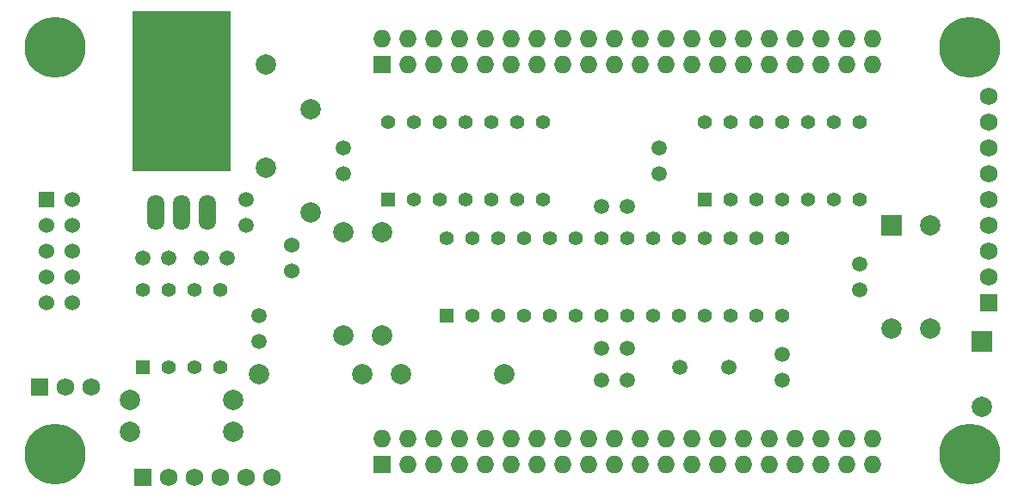
<source format=gts>
%FSLAX36Y36*%
G04 Gerber Fmt 3.6, Leading zero omitted, Abs format (unit inch)*
G04 Created by KiCad (PCBNEW (2014-jul-16 BZR unknown)-product) date Sun 19 Oct 2014 06:56:34 PM PDT*
%MOIN*%
G01*
G04 APERTURE LIST*
%ADD10C,0.003937*%
%ADD11C,0.059100*%
%ADD12C,0.078700*%
%ADD13R,0.078700X0.078700*%
%ADD14C,0.236220*%
%ADD15R,0.068000X0.068000*%
%ADD16C,0.068000*%
%ADD17R,0.060000X0.060000*%
%ADD18C,0.060000*%
%ADD19O,0.068000X0.068000*%
%ADD20R,0.055000X0.055000*%
%ADD21C,0.055000*%
%ADD22O,0.066900X0.137800*%
%ADD23R,0.380000X0.620000*%
G04 APERTURE END LIST*
D10*
D11*
X6350000Y-5425000D03*
X6250000Y-5425000D03*
X4475000Y-4950000D03*
X4575000Y-4950000D03*
X6950000Y-5425000D03*
X6950000Y-5325000D03*
X4875000Y-4825000D03*
X4875000Y-4725000D03*
X4800000Y-4950000D03*
X4700000Y-4950000D03*
X6250000Y-5300000D03*
X6350000Y-5300000D03*
X6350000Y-4750000D03*
X6250000Y-4750000D03*
X4925000Y-5175000D03*
X4925000Y-5275000D03*
X5250000Y-4625000D03*
X5250000Y-4525000D03*
X7250000Y-4975000D03*
X7250000Y-5075000D03*
X6475000Y-4525000D03*
X6475000Y-4625000D03*
D12*
X7375000Y-5225000D03*
D13*
X7375000Y-4825000D03*
D14*
X4133858Y-4133858D03*
X7677165Y-4133858D03*
X4133858Y-5708661D03*
X7677165Y-5708661D03*
D15*
X4075000Y-5450000D03*
D16*
X4175000Y-5450000D03*
X4275000Y-5450000D03*
D17*
X4100000Y-4725000D03*
D18*
X4200000Y-4725000D03*
X4100000Y-4825000D03*
X4200000Y-4825000D03*
X4100000Y-4925000D03*
X4200000Y-4925000D03*
X4100000Y-5025000D03*
X4200000Y-5025000D03*
X4100000Y-5125000D03*
X4200000Y-5125000D03*
D15*
X4475000Y-5800000D03*
D16*
X4575000Y-5800000D03*
X4675000Y-5800000D03*
X4775000Y-5800000D03*
X4875000Y-5800000D03*
X4975000Y-5800000D03*
D15*
X5400000Y-4200000D03*
D19*
X5400000Y-4100000D03*
X5500000Y-4200000D03*
X5500000Y-4100000D03*
X5600000Y-4200000D03*
X5600000Y-4100000D03*
X5700000Y-4200000D03*
X5700000Y-4100000D03*
X5800000Y-4200000D03*
X5800000Y-4100000D03*
X5900000Y-4200000D03*
X5900000Y-4100000D03*
X6000000Y-4200000D03*
X6000000Y-4100000D03*
X6100000Y-4200000D03*
X6100000Y-4100000D03*
X6200000Y-4200000D03*
X6200000Y-4100000D03*
X6300000Y-4200000D03*
X6300000Y-4100000D03*
X6400000Y-4200000D03*
X6400000Y-4100000D03*
X6500000Y-4200000D03*
X6500000Y-4100000D03*
X6600000Y-4200000D03*
X6600000Y-4100000D03*
X6700000Y-4200000D03*
X6700000Y-4100000D03*
X6800000Y-4200000D03*
X6800000Y-4100000D03*
X6900000Y-4200000D03*
X6900000Y-4100000D03*
X7000000Y-4200000D03*
X7000000Y-4100000D03*
X7100000Y-4200000D03*
X7100000Y-4100000D03*
X7200000Y-4200000D03*
X7200000Y-4100000D03*
X7300000Y-4200000D03*
X7300000Y-4100000D03*
D15*
X5400000Y-5750000D03*
D19*
X5400000Y-5650000D03*
X5500000Y-5750000D03*
X5500000Y-5650000D03*
X5600000Y-5750000D03*
X5600000Y-5650000D03*
X5700000Y-5750000D03*
X5700000Y-5650000D03*
X5800000Y-5750000D03*
X5800000Y-5650000D03*
X5900000Y-5750000D03*
X5900000Y-5650000D03*
X6000000Y-5750000D03*
X6000000Y-5650000D03*
X6100000Y-5750000D03*
X6100000Y-5650000D03*
X6200000Y-5750000D03*
X6200000Y-5650000D03*
X6300000Y-5750000D03*
X6300000Y-5650000D03*
X6400000Y-5750000D03*
X6400000Y-5650000D03*
X6500000Y-5750000D03*
X6500000Y-5650000D03*
X6600000Y-5750000D03*
X6600000Y-5650000D03*
X6700000Y-5750000D03*
X6700000Y-5650000D03*
X6800000Y-5750000D03*
X6800000Y-5650000D03*
X6900000Y-5750000D03*
X6900000Y-5650000D03*
X7000000Y-5750000D03*
X7000000Y-5650000D03*
X7100000Y-5750000D03*
X7100000Y-5650000D03*
X7200000Y-5750000D03*
X7200000Y-5650000D03*
X7300000Y-5750000D03*
X7300000Y-5650000D03*
D12*
X4950000Y-4200000D03*
X4950000Y-4600000D03*
X5475000Y-5400000D03*
X5875000Y-5400000D03*
X4925000Y-5400000D03*
X5325000Y-5400000D03*
X5250000Y-4850000D03*
X5250000Y-5250000D03*
X5400000Y-4850000D03*
X5400000Y-5250000D03*
X4825000Y-5500000D03*
X4425000Y-5500000D03*
X7525000Y-5225000D03*
X7525000Y-4825000D03*
D13*
X7725000Y-5272000D03*
D12*
X7725000Y-5528000D03*
D20*
X5425000Y-4725000D03*
D21*
X5525000Y-4725000D03*
X5625000Y-4725000D03*
X5725000Y-4725000D03*
X5825000Y-4725000D03*
X5925000Y-4725000D03*
X6025000Y-4725000D03*
X6025000Y-4425000D03*
X5925000Y-4425000D03*
X5825000Y-4425000D03*
X5725000Y-4425000D03*
X5625000Y-4425000D03*
X5525000Y-4425000D03*
X5425000Y-4425000D03*
D22*
X4625000Y-4775000D03*
X4525000Y-4775000D03*
X4725000Y-4775000D03*
D23*
X4625000Y-4305000D03*
D20*
X4475000Y-5375000D03*
D21*
X4575000Y-5375000D03*
X4675000Y-5375000D03*
X4775000Y-5375000D03*
X4775000Y-5075000D03*
X4675000Y-5075000D03*
X4575000Y-5075000D03*
X4475000Y-5075000D03*
X5750000Y-5175000D03*
X5850000Y-5175000D03*
X5950000Y-5175000D03*
X6050000Y-5175000D03*
X6150000Y-5175000D03*
X6250000Y-5175000D03*
X6350000Y-5175000D03*
X6450000Y-5175000D03*
X6550000Y-5175000D03*
X6650000Y-5175000D03*
X6750000Y-5175000D03*
X6850000Y-5175000D03*
X6950000Y-5175000D03*
D20*
X5650000Y-5175000D03*
D21*
X6950000Y-4875000D03*
X6850000Y-4875000D03*
X6750000Y-4875000D03*
X6650000Y-4875000D03*
X6550000Y-4875000D03*
X6450000Y-4875000D03*
X6350000Y-4875000D03*
X6250000Y-4875000D03*
X6150000Y-4875000D03*
X6050000Y-4875000D03*
X5950000Y-4875000D03*
X5850000Y-4875000D03*
X5750000Y-4875000D03*
X5650000Y-4875000D03*
D20*
X6650000Y-4725000D03*
D21*
X6750000Y-4725000D03*
X6850000Y-4725000D03*
X6950000Y-4725000D03*
X7050000Y-4725000D03*
X7150000Y-4725000D03*
X7250000Y-4725000D03*
X7250000Y-4425000D03*
X7150000Y-4425000D03*
X7050000Y-4425000D03*
X6950000Y-4425000D03*
X6850000Y-4425000D03*
X6750000Y-4425000D03*
X6650000Y-4425000D03*
D11*
X6553900Y-5375000D03*
X6746100Y-5375000D03*
D12*
X4825000Y-5625000D03*
X4425000Y-5625000D03*
X5125000Y-4375000D03*
X5125000Y-4775000D03*
D18*
X5050000Y-4900000D03*
X5050000Y-5000000D03*
D15*
X7750000Y-5125000D03*
D16*
X7750000Y-5025000D03*
X7750000Y-4925000D03*
X7750000Y-4825000D03*
X7750000Y-4725000D03*
X7750000Y-4625000D03*
X7750000Y-4525000D03*
X7750000Y-4425000D03*
X7750000Y-4325000D03*
M02*

</source>
